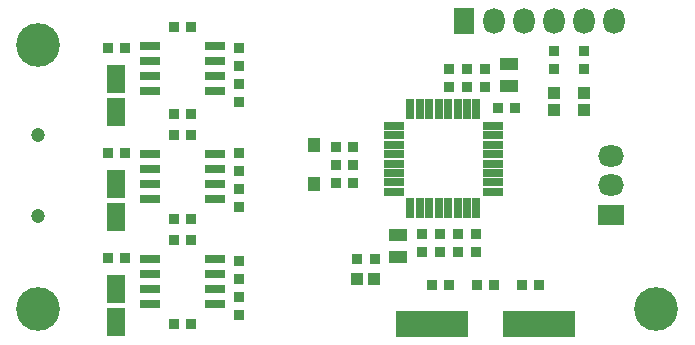
<source format=gts>
G04*
G04 #@! TF.GenerationSoftware,Altium Limited,Altium Designer,21.7.1 (17)*
G04*
G04 Layer_Color=8388736*
%FSLAX44Y44*%
%MOMM*%
G71*
G04*
G04 #@! TF.SameCoordinates,46D70AF8-5DF4-403A-B55C-3C1985085F34*
G04*
G04*
G04 #@! TF.FilePolarity,Negative*
G04*
G01*
G75*
%ADD29R,1.7200X0.6700*%
%ADD30R,0.6700X1.7200*%
%ADD31R,0.9500X0.9500*%
%ADD32R,0.9500X0.9500*%
%ADD33R,1.5000X1.1000*%
%ADD34R,1.0800X1.2200*%
%ADD35R,1.0000X1.0000*%
%ADD36R,1.0000X1.0000*%
%ADD37R,1.5500X2.4000*%
%ADD38R,6.2000X2.2000*%
%ADD39R,1.7200X0.8000*%
%ADD40O,2.2000X1.8000*%
%ADD41R,2.2000X1.8000*%
%ADD42C,3.7000*%
%ADD43R,1.8000X2.2000*%
%ADD44O,1.8000X2.2000*%
%ADD45C,1.2000*%
D29*
X339000Y137100D02*
D03*
Y145100D02*
D03*
Y153100D02*
D03*
Y161100D02*
D03*
Y169100D02*
D03*
Y177100D02*
D03*
Y185100D02*
D03*
Y193100D02*
D03*
X423000D02*
D03*
Y185100D02*
D03*
Y177100D02*
D03*
Y169100D02*
D03*
Y161100D02*
D03*
Y153100D02*
D03*
Y145100D02*
D03*
Y137100D02*
D03*
D30*
X353000Y207100D02*
D03*
X361000D02*
D03*
X369000D02*
D03*
X377000D02*
D03*
X385000D02*
D03*
X393000D02*
D03*
X401000D02*
D03*
X409000D02*
D03*
Y123100D02*
D03*
X401000D02*
D03*
X393000D02*
D03*
X385000D02*
D03*
X377000D02*
D03*
X369000D02*
D03*
X361000D02*
D03*
X353000D02*
D03*
D31*
X408940Y101480D02*
D03*
Y86480D02*
D03*
X474980Y256420D02*
D03*
Y241420D02*
D03*
X500380Y256420D02*
D03*
Y241420D02*
D03*
X393700Y101480D02*
D03*
Y86480D02*
D03*
X378460Y101480D02*
D03*
Y86480D02*
D03*
X363220Y101480D02*
D03*
Y86480D02*
D03*
X401320Y226180D02*
D03*
Y241180D02*
D03*
X416560Y226180D02*
D03*
Y241180D02*
D03*
X386080Y241180D02*
D03*
Y226180D02*
D03*
X208280Y78620D02*
D03*
Y63620D02*
D03*
Y48140D02*
D03*
Y33140D02*
D03*
Y170060D02*
D03*
Y155060D02*
D03*
Y139580D02*
D03*
Y124580D02*
D03*
Y258960D02*
D03*
Y243960D02*
D03*
Y228480D02*
D03*
Y213480D02*
D03*
D32*
X289680Y175260D02*
D03*
X304680D02*
D03*
X322714Y80469D02*
D03*
X307714D02*
D03*
X426840Y208280D02*
D03*
X441840D02*
D03*
X96640Y81280D02*
D03*
X111640D02*
D03*
X96640Y170180D02*
D03*
X111640D02*
D03*
X96640Y259080D02*
D03*
X111640D02*
D03*
X462160Y58420D02*
D03*
X447160D02*
D03*
X370960D02*
D03*
X385960D02*
D03*
X304680Y160020D02*
D03*
X289680D02*
D03*
X152520Y96520D02*
D03*
X167520D02*
D03*
X152520Y25400D02*
D03*
X167520D02*
D03*
X152520Y185420D02*
D03*
X167520D02*
D03*
X152520Y114300D02*
D03*
X167520D02*
D03*
X152520Y276860D02*
D03*
X167520D02*
D03*
X152520Y203200D02*
D03*
X167520D02*
D03*
X289680Y144780D02*
D03*
X304680D02*
D03*
X424060Y58420D02*
D03*
X409060D02*
D03*
D33*
X342900Y100940D02*
D03*
Y81940D02*
D03*
X436880Y226720D02*
D03*
Y245720D02*
D03*
D34*
X271780Y176370D02*
D03*
Y143670D02*
D03*
D35*
X322460Y63500D02*
D03*
X307460D02*
D03*
D36*
X474980Y205980D02*
D03*
Y220980D02*
D03*
X500380Y205980D02*
D03*
Y220980D02*
D03*
D37*
X104140Y26540D02*
D03*
Y54740D02*
D03*
Y115440D02*
D03*
Y143640D02*
D03*
Y204340D02*
D03*
Y232540D02*
D03*
D38*
X461560Y25400D02*
D03*
X371560D02*
D03*
D39*
X132620Y80010D02*
D03*
Y67310D02*
D03*
Y54610D02*
D03*
Y41910D02*
D03*
X187420Y80010D02*
D03*
Y67310D02*
D03*
Y54610D02*
D03*
Y41910D02*
D03*
X132620Y168910D02*
D03*
Y156210D02*
D03*
Y143510D02*
D03*
Y130810D02*
D03*
X187420Y168910D02*
D03*
Y156210D02*
D03*
Y143510D02*
D03*
Y130810D02*
D03*
X132620Y260350D02*
D03*
Y247650D02*
D03*
Y234950D02*
D03*
Y222250D02*
D03*
X187420Y260350D02*
D03*
Y247650D02*
D03*
Y234950D02*
D03*
Y222250D02*
D03*
D40*
X523240Y167640D02*
D03*
Y142640D02*
D03*
D41*
Y117640D02*
D03*
D42*
X38100Y38100D02*
D03*
X561340D02*
D03*
X38100Y261620D02*
D03*
D43*
X398780Y281940D02*
D03*
D44*
X424180D02*
D03*
X449580D02*
D03*
X474980D02*
D03*
X500380D02*
D03*
X525780D02*
D03*
D45*
X38100Y185420D02*
D03*
Y116840D02*
D03*
M02*

</source>
